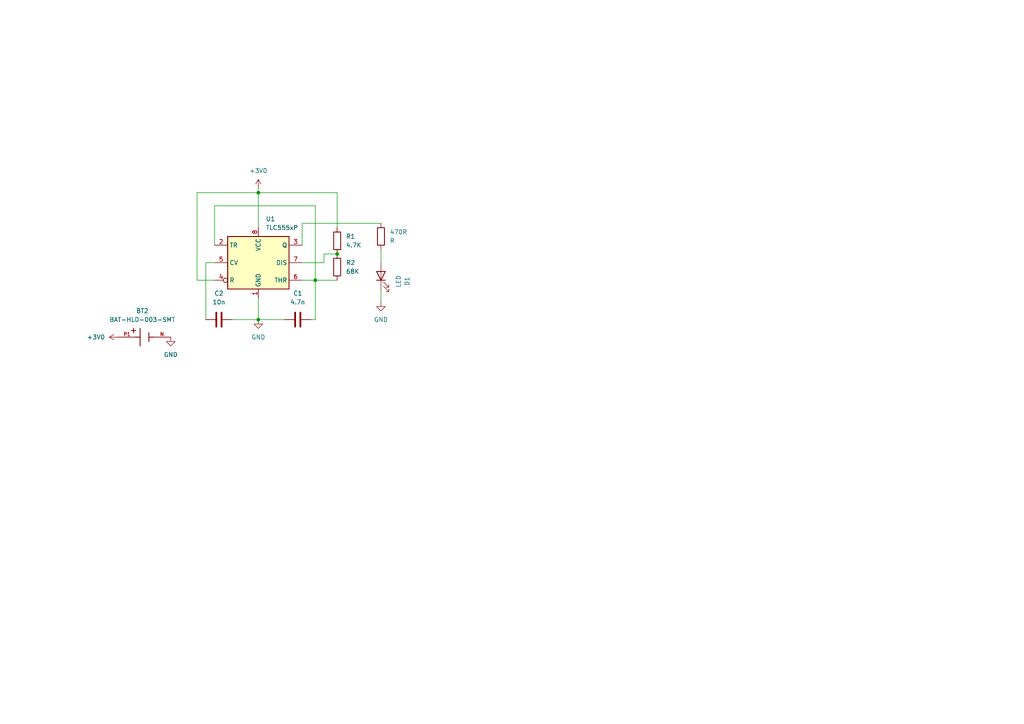
<source format=kicad_sch>
(kicad_sch
	(version 20250114)
	(generator "eeschema")
	(generator_version "9.0")
	(uuid "51c03598-726e-4687-8a1d-fe4f408eb094")
	(paper "A4")
	(lib_symbols
		(symbol "BAT-HLD-003-SMT:BAT-HLD-003-SMT"
			(pin_names
				(offset 1.016)
			)
			(exclude_from_sim no)
			(in_bom yes)
			(on_board yes)
			(property "Reference" "BT"
				(at -3.81 3.81 0)
				(effects
					(font
						(size 1.27 1.27)
					)
					(justify left bottom)
				)
			)
			(property "Value" "BAT-HLD-003-SMT"
				(at -3.81 -5.08 0)
				(effects
					(font
						(size 1.27 1.27)
					)
					(justify left bottom)
				)
			)
			(property "Footprint" "BAT-HLD-003-SMT:BAT_BAT-HLD-003-SMT"
				(at 0 0 0)
				(effects
					(font
						(size 1.27 1.27)
					)
					(justify bottom)
					(hide yes)
				)
			)
			(property "Datasheet" ""
				(at 0 0 0)
				(effects
					(font
						(size 1.27 1.27)
					)
					(hide yes)
				)
			)
			(property "Description" ""
				(at 0 0 0)
				(effects
					(font
						(size 1.27 1.27)
					)
					(hide yes)
				)
			)
			(property "DigiKey_Part_Number" "343-BAT-HLD-003-SMT-ND"
				(at 0 0 0)
				(effects
					(font
						(size 1.27 1.27)
					)
					(justify bottom)
					(hide yes)
				)
			)
			(property "SnapEDA_Link" "https://www.snapeda.com/parts/BAT-HLD-003-SMT/TE+Connectivity/view-part/?ref=snap"
				(at 0 0 0)
				(effects
					(font
						(size 1.27 1.27)
					)
					(justify bottom)
					(hide yes)
				)
			)
			(property "Check_prices" "https://www.snapeda.com/parts/BAT-HLD-003-SMT/TE+Connectivity/view-part/?ref=eda"
				(at 0 0 0)
				(effects
					(font
						(size 1.27 1.27)
					)
					(justify bottom)
					(hide yes)
				)
			)
			(property "Package" "None"
				(at 0 0 0)
				(effects
					(font
						(size 1.27 1.27)
					)
					(justify bottom)
					(hide yes)
				)
			)
			(property "Price" "None"
				(at 0 0 0)
				(effects
					(font
						(size 1.27 1.27)
					)
					(justify bottom)
					(hide yes)
				)
			)
			(property "MF" "TE Connectivity"
				(at 0 0 0)
				(effects
					(font
						(size 1.27 1.27)
					)
					(justify bottom)
					(hide yes)
				)
			)
			(property "MP" "BAT-HLD-003-SMT"
				(at 0 0 0)
				(effects
					(font
						(size 1.27 1.27)
					)
					(justify bottom)
					(hide yes)
				)
			)
			(property "Purchase-URL" "https://www.snapeda.com/api/url_track_click_mouser/?unipart_id=6393643&manufacturer=Linx Technologies Inc.&part_name=BAT-HLD-003-SMT&search_term=None"
				(at 0 0 0)
				(effects
					(font
						(size 1.27 1.27)
					)
					(justify bottom)
					(hide yes)
				)
			)
			(property "Availability" "In Stock"
				(at 0 0 0)
				(effects
					(font
						(size 1.27 1.27)
					)
					(justify bottom)
					(hide yes)
				)
			)
			(property "Description_1" "Battery Holder Coin 20 SMT Nickel"
				(at 0 0 0)
				(effects
					(font
						(size 1.27 1.27)
					)
					(justify bottom)
					(hide yes)
				)
			)
			(symbol "BAT-HLD-003-SMT_0_0"
				(polyline
					(pts
						(xy -3.81 1.905) (xy -2.54 1.905)
					)
					(stroke
						(width 0.254)
						(type default)
					)
					(fill
						(type none)
					)
				)
				(polyline
					(pts
						(xy -3.175 2.54) (xy -3.175 1.27)
					)
					(stroke
						(width 0.254)
						(type default)
					)
					(fill
						(type none)
					)
				)
				(polyline
					(pts
						(xy -1.27 2.54) (xy -1.27 0)
					)
					(stroke
						(width 0.254)
						(type default)
					)
					(fill
						(type none)
					)
				)
				(polyline
					(pts
						(xy -1.27 0) (xy -2.54 0)
					)
					(stroke
						(width 0.254)
						(type default)
					)
					(fill
						(type none)
					)
				)
				(polyline
					(pts
						(xy -1.27 0) (xy -1.27 -2.54)
					)
					(stroke
						(width 0.254)
						(type default)
					)
					(fill
						(type none)
					)
				)
				(polyline
					(pts
						(xy 1.27 1.27) (xy 1.27 0)
					)
					(stroke
						(width 0.254)
						(type default)
					)
					(fill
						(type none)
					)
				)
				(polyline
					(pts
						(xy 1.27 0) (xy 1.27 -1.27)
					)
					(stroke
						(width 0.254)
						(type default)
					)
					(fill
						(type none)
					)
				)
				(polyline
					(pts
						(xy 1.27 0) (xy 2.54 0)
					)
					(stroke
						(width 0.254)
						(type default)
					)
					(fill
						(type none)
					)
				)
				(pin passive line
					(at -7.62 0 0)
					(length 5.08)
					(name "~"
						(effects
							(font
								(size 1.016 1.016)
							)
						)
					)
					(number "P1"
						(effects
							(font
								(size 1.016 1.016)
							)
						)
					)
				)
				(pin passive line
					(at -7.62 0 0)
					(length 5.08)
					(hide yes)
					(name "~"
						(effects
							(font
								(size 1.016 1.016)
							)
						)
					)
					(number "P2"
						(effects
							(font
								(size 1.016 1.016)
							)
						)
					)
				)
				(pin passive line
					(at 7.62 0 180)
					(length 5.08)
					(name "~"
						(effects
							(font
								(size 1.016 1.016)
							)
						)
					)
					(number "N"
						(effects
							(font
								(size 1.016 1.016)
							)
						)
					)
				)
			)
			(embedded_fonts no)
		)
		(symbol "Device:C"
			(pin_numbers
				(hide yes)
			)
			(pin_names
				(offset 0.254)
			)
			(exclude_from_sim no)
			(in_bom yes)
			(on_board yes)
			(property "Reference" "C"
				(at 0.635 2.54 0)
				(effects
					(font
						(size 1.27 1.27)
					)
					(justify left)
				)
			)
			(property "Value" "C"
				(at 0.635 -2.54 0)
				(effects
					(font
						(size 1.27 1.27)
					)
					(justify left)
				)
			)
			(property "Footprint" ""
				(at 0.9652 -3.81 0)
				(effects
					(font
						(size 1.27 1.27)
					)
					(hide yes)
				)
			)
			(property "Datasheet" "~"
				(at 0 0 0)
				(effects
					(font
						(size 1.27 1.27)
					)
					(hide yes)
				)
			)
			(property "Description" "Unpolarized capacitor"
				(at 0 0 0)
				(effects
					(font
						(size 1.27 1.27)
					)
					(hide yes)
				)
			)
			(property "ki_keywords" "cap capacitor"
				(at 0 0 0)
				(effects
					(font
						(size 1.27 1.27)
					)
					(hide yes)
				)
			)
			(property "ki_fp_filters" "C_*"
				(at 0 0 0)
				(effects
					(font
						(size 1.27 1.27)
					)
					(hide yes)
				)
			)
			(symbol "C_0_1"
				(polyline
					(pts
						(xy -2.032 0.762) (xy 2.032 0.762)
					)
					(stroke
						(width 0.508)
						(type default)
					)
					(fill
						(type none)
					)
				)
				(polyline
					(pts
						(xy -2.032 -0.762) (xy 2.032 -0.762)
					)
					(stroke
						(width 0.508)
						(type default)
					)
					(fill
						(type none)
					)
				)
			)
			(symbol "C_1_1"
				(pin passive line
					(at 0 3.81 270)
					(length 2.794)
					(name "~"
						(effects
							(font
								(size 1.27 1.27)
							)
						)
					)
					(number "1"
						(effects
							(font
								(size 1.27 1.27)
							)
						)
					)
				)
				(pin passive line
					(at 0 -3.81 90)
					(length 2.794)
					(name "~"
						(effects
							(font
								(size 1.27 1.27)
							)
						)
					)
					(number "2"
						(effects
							(font
								(size 1.27 1.27)
							)
						)
					)
				)
			)
			(embedded_fonts no)
		)
		(symbol "Device:LED"
			(pin_numbers
				(hide yes)
			)
			(pin_names
				(offset 1.016)
				(hide yes)
			)
			(exclude_from_sim no)
			(in_bom yes)
			(on_board yes)
			(property "Reference" "D"
				(at 0 2.54 0)
				(effects
					(font
						(size 1.27 1.27)
					)
				)
			)
			(property "Value" "LED"
				(at 0 -2.54 0)
				(effects
					(font
						(size 1.27 1.27)
					)
				)
			)
			(property "Footprint" ""
				(at 0 0 0)
				(effects
					(font
						(size 1.27 1.27)
					)
					(hide yes)
				)
			)
			(property "Datasheet" "~"
				(at 0 0 0)
				(effects
					(font
						(size 1.27 1.27)
					)
					(hide yes)
				)
			)
			(property "Description" "Light emitting diode"
				(at 0 0 0)
				(effects
					(font
						(size 1.27 1.27)
					)
					(hide yes)
				)
			)
			(property "Sim.Pins" "1=K 2=A"
				(at 0 0 0)
				(effects
					(font
						(size 1.27 1.27)
					)
					(hide yes)
				)
			)
			(property "ki_keywords" "LED diode"
				(at 0 0 0)
				(effects
					(font
						(size 1.27 1.27)
					)
					(hide yes)
				)
			)
			(property "ki_fp_filters" "LED* LED_SMD:* LED_THT:*"
				(at 0 0 0)
				(effects
					(font
						(size 1.27 1.27)
					)
					(hide yes)
				)
			)
			(symbol "LED_0_1"
				(polyline
					(pts
						(xy -3.048 -0.762) (xy -4.572 -2.286) (xy -3.81 -2.286) (xy -4.572 -2.286) (xy -4.572 -1.524)
					)
					(stroke
						(width 0)
						(type default)
					)
					(fill
						(type none)
					)
				)
				(polyline
					(pts
						(xy -1.778 -0.762) (xy -3.302 -2.286) (xy -2.54 -2.286) (xy -3.302 -2.286) (xy -3.302 -1.524)
					)
					(stroke
						(width 0)
						(type default)
					)
					(fill
						(type none)
					)
				)
				(polyline
					(pts
						(xy -1.27 0) (xy 1.27 0)
					)
					(stroke
						(width 0)
						(type default)
					)
					(fill
						(type none)
					)
				)
				(polyline
					(pts
						(xy -1.27 -1.27) (xy -1.27 1.27)
					)
					(stroke
						(width 0.254)
						(type default)
					)
					(fill
						(type none)
					)
				)
				(polyline
					(pts
						(xy 1.27 -1.27) (xy 1.27 1.27) (xy -1.27 0) (xy 1.27 -1.27)
					)
					(stroke
						(width 0.254)
						(type default)
					)
					(fill
						(type none)
					)
				)
			)
			(symbol "LED_1_1"
				(pin passive line
					(at -3.81 0 0)
					(length 2.54)
					(name "K"
						(effects
							(font
								(size 1.27 1.27)
							)
						)
					)
					(number "1"
						(effects
							(font
								(size 1.27 1.27)
							)
						)
					)
				)
				(pin passive line
					(at 3.81 0 180)
					(length 2.54)
					(name "A"
						(effects
							(font
								(size 1.27 1.27)
							)
						)
					)
					(number "2"
						(effects
							(font
								(size 1.27 1.27)
							)
						)
					)
				)
			)
			(embedded_fonts no)
		)
		(symbol "Device:R"
			(pin_numbers
				(hide yes)
			)
			(pin_names
				(offset 0)
			)
			(exclude_from_sim no)
			(in_bom yes)
			(on_board yes)
			(property "Reference" "R"
				(at 2.032 0 90)
				(effects
					(font
						(size 1.27 1.27)
					)
				)
			)
			(property "Value" "R"
				(at 0 0 90)
				(effects
					(font
						(size 1.27 1.27)
					)
				)
			)
			(property "Footprint" ""
				(at -1.778 0 90)
				(effects
					(font
						(size 1.27 1.27)
					)
					(hide yes)
				)
			)
			(property "Datasheet" "~"
				(at 0 0 0)
				(effects
					(font
						(size 1.27 1.27)
					)
					(hide yes)
				)
			)
			(property "Description" "Resistor"
				(at 0 0 0)
				(effects
					(font
						(size 1.27 1.27)
					)
					(hide yes)
				)
			)
			(property "ki_keywords" "R res resistor"
				(at 0 0 0)
				(effects
					(font
						(size 1.27 1.27)
					)
					(hide yes)
				)
			)
			(property "ki_fp_filters" "R_*"
				(at 0 0 0)
				(effects
					(font
						(size 1.27 1.27)
					)
					(hide yes)
				)
			)
			(symbol "R_0_1"
				(rectangle
					(start -1.016 -2.54)
					(end 1.016 2.54)
					(stroke
						(width 0.254)
						(type default)
					)
					(fill
						(type none)
					)
				)
			)
			(symbol "R_1_1"
				(pin passive line
					(at 0 3.81 270)
					(length 1.27)
					(name "~"
						(effects
							(font
								(size 1.27 1.27)
							)
						)
					)
					(number "1"
						(effects
							(font
								(size 1.27 1.27)
							)
						)
					)
				)
				(pin passive line
					(at 0 -3.81 90)
					(length 1.27)
					(name "~"
						(effects
							(font
								(size 1.27 1.27)
							)
						)
					)
					(number "2"
						(effects
							(font
								(size 1.27 1.27)
							)
						)
					)
				)
			)
			(embedded_fonts no)
		)
		(symbol "Timer:TLC555xP"
			(exclude_from_sim no)
			(in_bom yes)
			(on_board yes)
			(property "Reference" "U"
				(at -10.16 8.89 0)
				(effects
					(font
						(size 1.27 1.27)
					)
					(justify left)
				)
			)
			(property "Value" "TLC555xP"
				(at 2.54 8.89 0)
				(effects
					(font
						(size 1.27 1.27)
					)
					(justify left)
				)
			)
			(property "Footprint" "Package_DIP:DIP-8_W7.62mm"
				(at 16.51 -10.16 0)
				(effects
					(font
						(size 1.27 1.27)
					)
					(hide yes)
				)
			)
			(property "Datasheet" "http://www.ti.com/lit/ds/symlink/tlc555.pdf"
				(at 21.59 -10.16 0)
				(effects
					(font
						(size 1.27 1.27)
					)
					(hide yes)
				)
			)
			(property "Description" "Single LinCMOS Timer, 555 compatible, PDIP-8"
				(at 0 0 0)
				(effects
					(font
						(size 1.27 1.27)
					)
					(hide yes)
				)
			)
			(property "ki_keywords" "single timer 555"
				(at 0 0 0)
				(effects
					(font
						(size 1.27 1.27)
					)
					(hide yes)
				)
			)
			(property "ki_fp_filters" "DIP*W7.62mm*"
				(at 0 0 0)
				(effects
					(font
						(size 1.27 1.27)
					)
					(hide yes)
				)
			)
			(symbol "TLC555xP_0_0"
				(pin power_in line
					(at 0 10.16 270)
					(length 2.54)
					(name "VCC"
						(effects
							(font
								(size 1.27 1.27)
							)
						)
					)
					(number "8"
						(effects
							(font
								(size 1.27 1.27)
							)
						)
					)
				)
				(pin power_in line
					(at 0 -10.16 90)
					(length 2.54)
					(name "GND"
						(effects
							(font
								(size 1.27 1.27)
							)
						)
					)
					(number "1"
						(effects
							(font
								(size 1.27 1.27)
							)
						)
					)
				)
			)
			(symbol "TLC555xP_0_1"
				(rectangle
					(start -8.89 -7.62)
					(end 8.89 7.62)
					(stroke
						(width 0.254)
						(type default)
					)
					(fill
						(type background)
					)
				)
				(rectangle
					(start -8.89 -7.62)
					(end 8.89 7.62)
					(stroke
						(width 0.254)
						(type default)
					)
					(fill
						(type background)
					)
				)
			)
			(symbol "TLC555xP_1_1"
				(pin input line
					(at -12.7 5.08 0)
					(length 3.81)
					(name "TR"
						(effects
							(font
								(size 1.27 1.27)
							)
						)
					)
					(number "2"
						(effects
							(font
								(size 1.27 1.27)
							)
						)
					)
				)
				(pin input line
					(at -12.7 0 0)
					(length 3.81)
					(name "CV"
						(effects
							(font
								(size 1.27 1.27)
							)
						)
					)
					(number "5"
						(effects
							(font
								(size 1.27 1.27)
							)
						)
					)
				)
				(pin input inverted
					(at -12.7 -5.08 0)
					(length 3.81)
					(name "R"
						(effects
							(font
								(size 1.27 1.27)
							)
						)
					)
					(number "4"
						(effects
							(font
								(size 1.27 1.27)
							)
						)
					)
				)
				(pin output line
					(at 12.7 5.08 180)
					(length 3.81)
					(name "Q"
						(effects
							(font
								(size 1.27 1.27)
							)
						)
					)
					(number "3"
						(effects
							(font
								(size 1.27 1.27)
							)
						)
					)
				)
				(pin input line
					(at 12.7 0 180)
					(length 3.81)
					(name "DIS"
						(effects
							(font
								(size 1.27 1.27)
							)
						)
					)
					(number "7"
						(effects
							(font
								(size 1.27 1.27)
							)
						)
					)
				)
				(pin input line
					(at 12.7 -5.08 180)
					(length 3.81)
					(name "THR"
						(effects
							(font
								(size 1.27 1.27)
							)
						)
					)
					(number "6"
						(effects
							(font
								(size 1.27 1.27)
							)
						)
					)
				)
			)
			(embedded_fonts no)
		)
		(symbol "power:+3V0"
			(power)
			(pin_numbers
				(hide yes)
			)
			(pin_names
				(offset 0)
				(hide yes)
			)
			(exclude_from_sim no)
			(in_bom yes)
			(on_board yes)
			(property "Reference" "#PWR"
				(at 0 -3.81 0)
				(effects
					(font
						(size 1.27 1.27)
					)
					(hide yes)
				)
			)
			(property "Value" "+3V0"
				(at 0 3.556 0)
				(effects
					(font
						(size 1.27 1.27)
					)
				)
			)
			(property "Footprint" ""
				(at 0 0 0)
				(effects
					(font
						(size 1.27 1.27)
					)
					(hide yes)
				)
			)
			(property "Datasheet" ""
				(at 0 0 0)
				(effects
					(font
						(size 1.27 1.27)
					)
					(hide yes)
				)
			)
			(property "Description" "Power symbol creates a global label with name \"+3V0\""
				(at 0 0 0)
				(effects
					(font
						(size 1.27 1.27)
					)
					(hide yes)
				)
			)
			(property "ki_keywords" "global power"
				(at 0 0 0)
				(effects
					(font
						(size 1.27 1.27)
					)
					(hide yes)
				)
			)
			(symbol "+3V0_0_1"
				(polyline
					(pts
						(xy -0.762 1.27) (xy 0 2.54)
					)
					(stroke
						(width 0)
						(type default)
					)
					(fill
						(type none)
					)
				)
				(polyline
					(pts
						(xy 0 2.54) (xy 0.762 1.27)
					)
					(stroke
						(width 0)
						(type default)
					)
					(fill
						(type none)
					)
				)
				(polyline
					(pts
						(xy 0 0) (xy 0 2.54)
					)
					(stroke
						(width 0)
						(type default)
					)
					(fill
						(type none)
					)
				)
			)
			(symbol "+3V0_1_1"
				(pin power_in line
					(at 0 0 90)
					(length 0)
					(name "~"
						(effects
							(font
								(size 1.27 1.27)
							)
						)
					)
					(number "1"
						(effects
							(font
								(size 1.27 1.27)
							)
						)
					)
				)
			)
			(embedded_fonts no)
		)
		(symbol "power:GND"
			(power)
			(pin_numbers
				(hide yes)
			)
			(pin_names
				(offset 0)
				(hide yes)
			)
			(exclude_from_sim no)
			(in_bom yes)
			(on_board yes)
			(property "Reference" "#PWR"
				(at 0 -6.35 0)
				(effects
					(font
						(size 1.27 1.27)
					)
					(hide yes)
				)
			)
			(property "Value" "GND"
				(at 0 -3.81 0)
				(effects
					(font
						(size 1.27 1.27)
					)
				)
			)
			(property "Footprint" ""
				(at 0 0 0)
				(effects
					(font
						(size 1.27 1.27)
					)
					(hide yes)
				)
			)
			(property "Datasheet" ""
				(at 0 0 0)
				(effects
					(font
						(size 1.27 1.27)
					)
					(hide yes)
				)
			)
			(property "Description" "Power symbol creates a global label with name \"GND\" , ground"
				(at 0 0 0)
				(effects
					(font
						(size 1.27 1.27)
					)
					(hide yes)
				)
			)
			(property "ki_keywords" "global power"
				(at 0 0 0)
				(effects
					(font
						(size 1.27 1.27)
					)
					(hide yes)
				)
			)
			(symbol "GND_0_1"
				(polyline
					(pts
						(xy 0 0) (xy 0 -1.27) (xy 1.27 -1.27) (xy 0 -2.54) (xy -1.27 -1.27) (xy 0 -1.27)
					)
					(stroke
						(width 0)
						(type default)
					)
					(fill
						(type none)
					)
				)
			)
			(symbol "GND_1_1"
				(pin power_in line
					(at 0 0 270)
					(length 0)
					(name "~"
						(effects
							(font
								(size 1.27 1.27)
							)
						)
					)
					(number "1"
						(effects
							(font
								(size 1.27 1.27)
							)
						)
					)
				)
			)
			(embedded_fonts no)
		)
	)
	(junction
		(at 91.44 81.28)
		(diameter 0)
		(color 0 0 0 0)
		(uuid "5363a201-e6f1-4326-b3c3-517da08216b0")
	)
	(junction
		(at 74.93 55.88)
		(diameter 0)
		(color 0 0 0 0)
		(uuid "7555c26f-af0a-4536-8dfb-e790c2e8a522")
	)
	(junction
		(at 97.79 73.66)
		(diameter 0)
		(color 0 0 0 0)
		(uuid "a07aebfe-b6cd-46a5-8d2c-9b24231dcf48")
	)
	(junction
		(at 74.93 92.71)
		(diameter 0)
		(color 0 0 0 0)
		(uuid "f0964be1-55d0-4e8b-9195-eabec8754690")
	)
	(wire
		(pts
			(xy 91.44 59.69) (xy 91.44 81.28)
		)
		(stroke
			(width 0)
			(type default)
		)
		(uuid "1eb658be-a73f-47ee-8a90-a95af3170ec7")
	)
	(wire
		(pts
			(xy 62.23 59.69) (xy 91.44 59.69)
		)
		(stroke
			(width 0)
			(type default)
		)
		(uuid "231b0c15-4bcd-4675-8267-1a89feb6006d")
	)
	(wire
		(pts
			(xy 90.17 92.71) (xy 91.44 92.71)
		)
		(stroke
			(width 0)
			(type default)
		)
		(uuid "279b0051-c925-4b70-8091-0def5aa33447")
	)
	(wire
		(pts
			(xy 57.15 55.88) (xy 57.15 81.28)
		)
		(stroke
			(width 0)
			(type default)
		)
		(uuid "283973e1-ace8-4c11-b294-667d83f70b5d")
	)
	(wire
		(pts
			(xy 74.93 55.88) (xy 57.15 55.88)
		)
		(stroke
			(width 0)
			(type default)
		)
		(uuid "29ed8da5-92c5-4a54-ae48-a1b1ae2d54e4")
	)
	(wire
		(pts
			(xy 87.63 76.2) (xy 93.98 76.2)
		)
		(stroke
			(width 0)
			(type default)
		)
		(uuid "35cdaf79-2411-46bb-918c-cac2a39e4d39")
	)
	(wire
		(pts
			(xy 97.79 66.04) (xy 97.79 55.88)
		)
		(stroke
			(width 0)
			(type default)
		)
		(uuid "3ab09c7a-29cb-4ac4-a00b-5065e93427f4")
	)
	(wire
		(pts
			(xy 59.69 76.2) (xy 62.23 76.2)
		)
		(stroke
			(width 0)
			(type default)
		)
		(uuid "3e22a360-17c1-4721-929f-65f662cc784d")
	)
	(wire
		(pts
			(xy 91.44 81.28) (xy 87.63 81.28)
		)
		(stroke
			(width 0)
			(type default)
		)
		(uuid "4476feee-34e9-4f7d-8856-7c4b0eb7ef2d")
	)
	(wire
		(pts
			(xy 59.69 92.71) (xy 59.69 76.2)
		)
		(stroke
			(width 0)
			(type default)
		)
		(uuid "469ca2b7-1cb4-4197-b0e0-3455adbb75a7")
	)
	(wire
		(pts
			(xy 74.93 54.61) (xy 74.93 55.88)
		)
		(stroke
			(width 0)
			(type default)
		)
		(uuid "4df3175e-476f-4d89-9132-6811e1f6a1cd")
	)
	(wire
		(pts
			(xy 91.44 81.28) (xy 97.79 81.28)
		)
		(stroke
			(width 0)
			(type default)
		)
		(uuid "90ac5638-4cf5-4342-a2d9-88dec1ab98ac")
	)
	(wire
		(pts
			(xy 87.63 64.77) (xy 110.49 64.77)
		)
		(stroke
			(width 0)
			(type default)
		)
		(uuid "9f6596ac-cf7f-4922-93e8-f47a9e1f322c")
	)
	(wire
		(pts
			(xy 74.93 55.88) (xy 74.93 66.04)
		)
		(stroke
			(width 0)
			(type default)
		)
		(uuid "a4cf9b6d-d184-4861-8ae4-85ac65bf240f")
	)
	(wire
		(pts
			(xy 57.15 81.28) (xy 62.23 81.28)
		)
		(stroke
			(width 0)
			(type default)
		)
		(uuid "a73e9c66-853e-4416-86b2-8c8d03b7d76a")
	)
	(wire
		(pts
			(xy 110.49 83.82) (xy 110.49 87.63)
		)
		(stroke
			(width 0)
			(type default)
		)
		(uuid "aa2b29e4-3ef6-4e8d-aa1a-d96310602567")
	)
	(wire
		(pts
			(xy 87.63 71.12) (xy 87.63 64.77)
		)
		(stroke
			(width 0)
			(type default)
		)
		(uuid "ba2a39f3-bfdc-43bb-9c71-c1eed4524dba")
	)
	(wire
		(pts
			(xy 74.93 92.71) (xy 82.55 92.71)
		)
		(stroke
			(width 0)
			(type default)
		)
		(uuid "c0e84013-4b98-4560-b5e8-5b17fb45d3cf")
	)
	(wire
		(pts
			(xy 93.98 73.66) (xy 97.79 73.66)
		)
		(stroke
			(width 0)
			(type default)
		)
		(uuid "ca02acf5-b243-49de-a38d-1a38279b4ce9")
	)
	(wire
		(pts
			(xy 74.93 86.36) (xy 74.93 92.71)
		)
		(stroke
			(width 0)
			(type default)
		)
		(uuid "d206c7a1-d75a-4b6b-90fa-d8859b4c2c79")
	)
	(wire
		(pts
			(xy 91.44 81.28) (xy 91.44 92.71)
		)
		(stroke
			(width 0)
			(type default)
		)
		(uuid "d4b6b379-826d-4d40-b07d-bc8705a56d63")
	)
	(wire
		(pts
			(xy 110.49 72.39) (xy 110.49 76.2)
		)
		(stroke
			(width 0)
			(type default)
		)
		(uuid "d99df6b4-4da6-42c6-8e76-4f04205a6778")
	)
	(wire
		(pts
			(xy 93.98 76.2) (xy 93.98 73.66)
		)
		(stroke
			(width 0)
			(type default)
		)
		(uuid "e2b1f124-30f2-461c-96f7-b1cfe8c24ff7")
	)
	(wire
		(pts
			(xy 97.79 55.88) (xy 74.93 55.88)
		)
		(stroke
			(width 0)
			(type default)
		)
		(uuid "e8273642-c2e3-4f9c-a2e1-7f9b8bb4c4e7")
	)
	(wire
		(pts
			(xy 62.23 71.12) (xy 62.23 59.69)
		)
		(stroke
			(width 0)
			(type default)
		)
		(uuid "ed20b466-0f39-45ce-babc-4dd94410bbcf")
	)
	(wire
		(pts
			(xy 67.31 92.71) (xy 74.93 92.71)
		)
		(stroke
			(width 0)
			(type default)
		)
		(uuid "f815e807-9712-429b-9eaa-10acb56d3b50")
	)
	(symbol
		(lib_id "power:GND")
		(at 74.93 92.71 0)
		(unit 1)
		(exclude_from_sim no)
		(in_bom yes)
		(on_board yes)
		(dnp no)
		(fields_autoplaced yes)
		(uuid "284c3fc6-e3f0-4401-9a67-5630910f1e1a")
		(property "Reference" "#PWR02"
			(at 74.93 99.06 0)
			(effects
				(font
					(size 1.27 1.27)
				)
				(hide yes)
			)
		)
		(property "Value" "GND"
			(at 74.93 97.79 0)
			(effects
				(font
					(size 1.27 1.27)
				)
			)
		)
		(property "Footprint" ""
			(at 74.93 92.71 0)
			(effects
				(font
					(size 1.27 1.27)
				)
				(hide yes)
			)
		)
		(property "Datasheet" ""
			(at 74.93 92.71 0)
			(effects
				(font
					(size 1.27 1.27)
				)
				(hide yes)
			)
		)
		(property "Description" "Power symbol creates a global label with name \"GND\" , ground"
			(at 74.93 92.71 0)
			(effects
				(font
					(size 1.27 1.27)
				)
				(hide yes)
			)
		)
		(pin "1"
			(uuid "9fcacb7e-6857-452f-b9ec-8cbf33b434bd")
		)
		(instances
			(project "555timerCES"
				(path "/51c03598-726e-4687-8a1d-fe4f408eb094"
					(reference "#PWR02")
					(unit 1)
				)
			)
		)
	)
	(symbol
		(lib_id "power:+3V0")
		(at 74.93 54.61 0)
		(unit 1)
		(exclude_from_sim no)
		(in_bom yes)
		(on_board yes)
		(dnp no)
		(fields_autoplaced yes)
		(uuid "2d2cb83c-3c17-46eb-aae6-ea9864bb67a4")
		(property "Reference" "#PWR01"
			(at 74.93 58.42 0)
			(effects
				(font
					(size 1.27 1.27)
				)
				(hide yes)
			)
		)
		(property "Value" "+3V0"
			(at 74.93 49.53 0)
			(effects
				(font
					(size 1.27 1.27)
				)
			)
		)
		(property "Footprint" ""
			(at 74.93 54.61 0)
			(effects
				(font
					(size 1.27 1.27)
				)
				(hide yes)
			)
		)
		(property "Datasheet" ""
			(at 74.93 54.61 0)
			(effects
				(font
					(size 1.27 1.27)
				)
				(hide yes)
			)
		)
		(property "Description" "Power symbol creates a global label with name \"+3V0\""
			(at 74.93 54.61 0)
			(effects
				(font
					(size 1.27 1.27)
				)
				(hide yes)
			)
		)
		(pin "1"
			(uuid "29ad260f-bd4c-4d04-a8bd-fd268e8eb7fe")
		)
		(instances
			(project "555timerCES"
				(path "/51c03598-726e-4687-8a1d-fe4f408eb094"
					(reference "#PWR01")
					(unit 1)
				)
			)
		)
	)
	(symbol
		(lib_id "power:GND")
		(at 110.49 87.63 0)
		(unit 1)
		(exclude_from_sim no)
		(in_bom yes)
		(on_board yes)
		(dnp no)
		(fields_autoplaced yes)
		(uuid "2dc9e8fb-0091-489a-8d68-536d7804668b")
		(property "Reference" "#PWR03"
			(at 110.49 93.98 0)
			(effects
				(font
					(size 1.27 1.27)
				)
				(hide yes)
			)
		)
		(property "Value" "GND"
			(at 110.49 92.71 0)
			(effects
				(font
					(size 1.27 1.27)
				)
			)
		)
		(property "Footprint" ""
			(at 110.49 87.63 0)
			(effects
				(font
					(size 1.27 1.27)
				)
				(hide yes)
			)
		)
		(property "Datasheet" ""
			(at 110.49 87.63 0)
			(effects
				(font
					(size 1.27 1.27)
				)
				(hide yes)
			)
		)
		(property "Description" "Power symbol creates a global label with name \"GND\" , ground"
			(at 110.49 87.63 0)
			(effects
				(font
					(size 1.27 1.27)
				)
				(hide yes)
			)
		)
		(pin "1"
			(uuid "e5f75920-0e1f-425f-b1f1-9745c8e329fd")
		)
		(instances
			(project "555timerCES"
				(path "/51c03598-726e-4687-8a1d-fe4f408eb094"
					(reference "#PWR03")
					(unit 1)
				)
			)
		)
	)
	(symbol
		(lib_id "Timer:TLC555xP")
		(at 74.93 76.2 0)
		(unit 1)
		(exclude_from_sim no)
		(in_bom yes)
		(on_board yes)
		(dnp no)
		(fields_autoplaced yes)
		(uuid "3755d9af-157e-4675-a6e8-680c385b5764")
		(property "Reference" "U1"
			(at 77.0733 63.5 0)
			(effects
				(font
					(size 1.27 1.27)
				)
				(justify left)
			)
		)
		(property "Value" "TLC555xP"
			(at 77.0733 66.04 0)
			(effects
				(font
					(size 1.27 1.27)
				)
				(justify left)
			)
		)
		(property "Footprint" "Package_DIP:DIP-8_W7.62mm"
			(at 91.44 86.36 0)
			(effects
				(font
					(size 1.27 1.27)
				)
				(hide yes)
			)
		)
		(property "Datasheet" "http://www.ti.com/lit/ds/symlink/tlc555.pdf"
			(at 96.52 86.36 0)
			(effects
				(font
					(size 1.27 1.27)
				)
				(hide yes)
			)
		)
		(property "Description" "Single LinCMOS Timer, 555 compatible, PDIP-8"
			(at 74.93 76.2 0)
			(effects
				(font
					(size 1.27 1.27)
				)
				(hide yes)
			)
		)
		(pin "1"
			(uuid "28defdba-bd8f-4a99-ba57-e74cc55cac84")
		)
		(pin "2"
			(uuid "c86d9e35-2739-4bab-bcf6-8a412b276fc3")
		)
		(pin "3"
			(uuid "e9c9f08a-176c-45d8-a3f5-264b1adf5d66")
		)
		(pin "4"
			(uuid "28e72d39-5d85-4e5e-924e-c5cc0ccff4bf")
		)
		(pin "5"
			(uuid "ff746ec5-cfce-491f-92e8-00c1bac1764a")
		)
		(pin "6"
			(uuid "78731afc-7e5d-4ba6-ae23-7e03c0ee5782")
		)
		(pin "8"
			(uuid "08272a96-bc04-4833-a595-d671293dc461")
		)
		(pin "7"
			(uuid "cf934b6e-4313-49fb-8f9d-b9341dee4407")
		)
		(instances
			(project "555timerCES"
				(path "/51c03598-726e-4687-8a1d-fe4f408eb094"
					(reference "U1")
					(unit 1)
				)
			)
		)
	)
	(symbol
		(lib_id "Device:C")
		(at 86.36 92.71 90)
		(unit 1)
		(exclude_from_sim no)
		(in_bom yes)
		(on_board yes)
		(dnp no)
		(fields_autoplaced yes)
		(uuid "5224b97e-771f-4fee-8c99-0e6b8b1b41ef")
		(property "Reference" "C1"
			(at 86.36 85.09 90)
			(effects
				(font
					(size 1.27 1.27)
				)
			)
		)
		(property "Value" "4.7n"
			(at 86.36 87.63 90)
			(effects
				(font
					(size 1.27 1.27)
				)
			)
		)
		(property "Footprint" "Capacitor_THT:C_Disc_D6.0mm_W4.4mm_P5.00mm"
			(at 90.17 91.7448 0)
			(effects
				(font
					(size 1.27 1.27)
				)
				(hide yes)
			)
		)
		(property "Datasheet" "~"
			(at 86.36 92.71 0)
			(effects
				(font
					(size 1.27 1.27)
				)
				(hide yes)
			)
		)
		(property "Description" "Unpolarized capacitor"
			(at 86.36 92.71 0)
			(effects
				(font
					(size 1.27 1.27)
				)
				(hide yes)
			)
		)
		(pin "2"
			(uuid "afa81dd7-a6f3-411e-850d-120d0b18fce6")
		)
		(pin "1"
			(uuid "917d40ff-0c6e-421c-9258-b7985d97c8e3")
		)
		(instances
			(project "555timerCES"
				(path "/51c03598-726e-4687-8a1d-fe4f408eb094"
					(reference "C1")
					(unit 1)
				)
			)
		)
	)
	(symbol
		(lib_id "power:+3V0")
		(at 34.29 97.79 90)
		(unit 1)
		(exclude_from_sim no)
		(in_bom yes)
		(on_board yes)
		(dnp no)
		(fields_autoplaced yes)
		(uuid "56c913ca-9c07-4b12-952a-76f6eb937e90")
		(property "Reference" "#PWR05"
			(at 38.1 97.79 0)
			(effects
				(font
					(size 1.27 1.27)
				)
				(hide yes)
			)
		)
		(property "Value" "+3V0"
			(at 30.48 97.7899 90)
			(effects
				(font
					(size 1.27 1.27)
				)
				(justify left)
			)
		)
		(property "Footprint" ""
			(at 34.29 97.79 0)
			(effects
				(font
					(size 1.27 1.27)
				)
				(hide yes)
			)
		)
		(property "Datasheet" ""
			(at 34.29 97.79 0)
			(effects
				(font
					(size 1.27 1.27)
				)
				(hide yes)
			)
		)
		(property "Description" "Power symbol creates a global label with name \"+3V0\""
			(at 34.29 97.79 0)
			(effects
				(font
					(size 1.27 1.27)
				)
				(hide yes)
			)
		)
		(pin "1"
			(uuid "fa7ef705-7d74-4c36-a0cc-498d8beb0719")
		)
		(instances
			(project "555timerCES"
				(path "/51c03598-726e-4687-8a1d-fe4f408eb094"
					(reference "#PWR05")
					(unit 1)
				)
			)
		)
	)
	(symbol
		(lib_id "Device:C")
		(at 63.5 92.71 90)
		(unit 1)
		(exclude_from_sim no)
		(in_bom yes)
		(on_board yes)
		(dnp no)
		(fields_autoplaced yes)
		(uuid "6c48a87c-f13f-46dc-878a-1c81435bf6b4")
		(property "Reference" "C2"
			(at 63.5 85.09 90)
			(effects
				(font
					(size 1.27 1.27)
				)
			)
		)
		(property "Value" "10n"
			(at 63.5 87.63 90)
			(effects
				(font
					(size 1.27 1.27)
				)
			)
		)
		(property "Footprint" "Capacitor_THT:C_Disc_D6.0mm_W4.4mm_P5.00mm"
			(at 67.31 91.7448 0)
			(effects
				(font
					(size 1.27 1.27)
				)
				(hide yes)
			)
		)
		(property "Datasheet" "~"
			(at 63.5 92.71 0)
			(effects
				(font
					(size 1.27 1.27)
				)
				(hide yes)
			)
		)
		(property "Description" "Unpolarized capacitor"
			(at 63.5 92.71 0)
			(effects
				(font
					(size 1.27 1.27)
				)
				(hide yes)
			)
		)
		(pin "2"
			(uuid "244e8ff1-b0bf-428b-941a-b1f1f252e399")
		)
		(pin "1"
			(uuid "39aad1e4-c647-4de5-a502-16f4b151eaa8")
		)
		(instances
			(project "555timerCES"
				(path "/51c03598-726e-4687-8a1d-fe4f408eb094"
					(reference "C2")
					(unit 1)
				)
			)
		)
	)
	(symbol
		(lib_id "Device:LED")
		(at 110.49 80.01 90)
		(unit 1)
		(exclude_from_sim no)
		(in_bom yes)
		(on_board yes)
		(dnp no)
		(fields_autoplaced yes)
		(uuid "72bfda1c-acb6-44f6-91e5-943e3dc349ae")
		(property "Reference" "D1"
			(at 118.11 81.5975 0)
			(effects
				(font
					(size 1.27 1.27)
				)
			)
		)
		(property "Value" "LED"
			(at 115.57 81.5975 0)
			(effects
				(font
					(size 1.27 1.27)
				)
			)
		)
		(property "Footprint" "LED_THT:LED_D1.8mm_W3.3mm_H2.4mm"
			(at 110.49 80.01 0)
			(effects
				(font
					(size 1.27 1.27)
				)
				(hide yes)
			)
		)
		(property "Datasheet" "~"
			(at 110.49 80.01 0)
			(effects
				(font
					(size 1.27 1.27)
				)
				(hide yes)
			)
		)
		(property "Description" "Light emitting diode"
			(at 110.49 80.01 0)
			(effects
				(font
					(size 1.27 1.27)
				)
				(hide yes)
			)
		)
		(property "Sim.Pins" "1=K 2=A"
			(at 110.49 80.01 0)
			(effects
				(font
					(size 1.27 1.27)
				)
				(hide yes)
			)
		)
		(pin "1"
			(uuid "846515b6-e2a2-42a1-84d3-e94f4332303b")
		)
		(pin "2"
			(uuid "1825a9d2-b0ec-47e9-a0cd-bdb213117bf7")
		)
		(instances
			(project "555timerCES"
				(path "/51c03598-726e-4687-8a1d-fe4f408eb094"
					(reference "D1")
					(unit 1)
				)
			)
		)
	)
	(symbol
		(lib_id "BAT-HLD-003-SMT:BAT-HLD-003-SMT")
		(at 41.91 97.79 0)
		(unit 1)
		(exclude_from_sim no)
		(in_bom yes)
		(on_board yes)
		(dnp no)
		(fields_autoplaced yes)
		(uuid "93d02325-dc3a-4c29-8e5d-9522e2438638")
		(property "Reference" "BT2"
			(at 41.275 90.17 0)
			(effects
				(font
					(size 1.27 1.27)
				)
			)
		)
		(property "Value" "BAT-HLD-003-SMT"
			(at 41.275 92.71 0)
			(effects
				(font
					(size 1.27 1.27)
				)
			)
		)
		(property "Footprint" "BAT-HLD-003-SMT:BAT_BAT-HLD-003-SMT"
			(at 41.91 97.79 0)
			(effects
				(font
					(size 1.27 1.27)
				)
				(justify bottom)
				(hide yes)
			)
		)
		(property "Datasheet" ""
			(at 41.91 97.79 0)
			(effects
				(font
					(size 1.27 1.27)
				)
				(hide yes)
			)
		)
		(property "Description" ""
			(at 41.91 97.79 0)
			(effects
				(font
					(size 1.27 1.27)
				)
				(hide yes)
			)
		)
		(property "DigiKey_Part_Number" "343-BAT-HLD-003-SMT-ND"
			(at 41.91 97.79 0)
			(effects
				(font
					(size 1.27 1.27)
				)
				(justify bottom)
				(hide yes)
			)
		)
		(property "SnapEDA_Link" "https://www.snapeda.com/parts/BAT-HLD-003-SMT/TE+Connectivity/view-part/?ref=snap"
			(at 41.91 97.79 0)
			(effects
				(font
					(size 1.27 1.27)
				)
				(justify bottom)
				(hide yes)
			)
		)
		(property "Check_prices" "https://www.snapeda.com/parts/BAT-HLD-003-SMT/TE+Connectivity/view-part/?ref=eda"
			(at 41.91 97.79 0)
			(effects
				(font
					(size 1.27 1.27)
				)
				(justify bottom)
				(hide yes)
			)
		)
		(property "Package" "None"
			(at 41.91 97.79 0)
			(effects
				(font
					(size 1.27 1.27)
				)
				(justify bottom)
				(hide yes)
			)
		)
		(property "Price" "None"
			(at 41.91 97.79 0)
			(effects
				(font
					(size 1.27 1.27)
				)
				(justify bottom)
				(hide yes)
			)
		)
		(property "MF" "TE Connectivity"
			(at 41.91 97.79 0)
			(effects
				(font
					(size 1.27 1.27)
				)
				(justify bottom)
				(hide yes)
			)
		)
		(property "MP" "BAT-HLD-003-SMT"
			(at 41.91 97.79 0)
			(effects
				(font
					(size 1.27 1.27)
				)
				(justify bottom)
				(hide yes)
			)
		)
		(property "Purchase-URL" "https://www.snapeda.com/api/url_track_click_mouser/?unipart_id=6393643&manufacturer=Linx Technologies Inc.&part_name=BAT-HLD-003-SMT&search_term=None"
			(at 41.91 97.79 0)
			(effects
				(font
					(size 1.27 1.27)
				)
				(justify bottom)
				(hide yes)
			)
		)
		(property "Availability" "In Stock"
			(at 41.91 97.79 0)
			(effects
				(font
					(size 1.27 1.27)
				)
				(justify bottom)
				(hide yes)
			)
		)
		(property "Description_1" "Battery Holder Coin 20 SMT Nickel"
			(at 41.91 97.79 0)
			(effects
				(font
					(size 1.27 1.27)
				)
				(justify bottom)
				(hide yes)
			)
		)
		(pin "P1"
			(uuid "79ff0c3c-deb8-4b7c-868f-e37ed5907b44")
		)
		(pin "P2"
			(uuid "7d9dbc15-eb97-4458-b985-b02da088cdf6")
		)
		(pin "N"
			(uuid "37cceda2-04d8-494e-a4c4-aac25ef86066")
		)
		(instances
			(project "555timerCES"
				(path "/51c03598-726e-4687-8a1d-fe4f408eb094"
					(reference "BT2")
					(unit 1)
				)
			)
		)
	)
	(symbol
		(lib_id "Device:R")
		(at 110.49 68.58 180)
		(unit 1)
		(exclude_from_sim no)
		(in_bom yes)
		(on_board yes)
		(dnp no)
		(fields_autoplaced yes)
		(uuid "9659e61c-8026-44b0-acf3-0b8ec411dc19")
		(property "Reference" "470R"
			(at 113.03 67.3099 0)
			(effects
				(font
					(size 1.27 1.27)
				)
				(justify right)
			)
		)
		(property "Value" "R"
			(at 113.03 69.8499 0)
			(effects
				(font
					(size 1.27 1.27)
				)
				(justify right)
			)
		)
		(property "Footprint" "Resistor_THT:R_Axial_DIN0207_L6.3mm_D2.5mm_P7.62mm_Horizontal"
			(at 112.268 68.58 90)
			(effects
				(font
					(size 1.27 1.27)
				)
				(hide yes)
			)
		)
		(property "Datasheet" "~"
			(at 110.49 68.58 0)
			(effects
				(font
					(size 1.27 1.27)
				)
				(hide yes)
			)
		)
		(property "Description" "Resistor"
			(at 110.49 68.58 0)
			(effects
				(font
					(size 1.27 1.27)
				)
				(hide yes)
			)
		)
		(pin "1"
			(uuid "03182bf4-429e-4b15-a67e-c2cb95529ef4")
		)
		(pin "2"
			(uuid "f4cccb85-05a3-487e-89a7-7ffbd6c437e9")
		)
		(instances
			(project "555timerCES"
				(path "/51c03598-726e-4687-8a1d-fe4f408eb094"
					(reference "470R")
					(unit 1)
				)
			)
		)
	)
	(symbol
		(lib_id "Device:R")
		(at 97.79 69.85 0)
		(unit 1)
		(exclude_from_sim no)
		(in_bom yes)
		(on_board yes)
		(dnp no)
		(fields_autoplaced yes)
		(uuid "aec68825-a105-4ade-9a23-e4bfc24d7f88")
		(property "Reference" "R1"
			(at 100.33 68.5799 0)
			(effects
				(font
					(size 1.27 1.27)
				)
				(justify left)
			)
		)
		(property "Value" "4.7K"
			(at 100.33 71.1199 0)
			(effects
				(font
					(size 1.27 1.27)
				)
				(justify left)
			)
		)
		(property "Footprint" "Resistor_THT:R_Axial_DIN0207_L6.3mm_D2.5mm_P7.62mm_Horizontal"
			(at 96.012 69.85 90)
			(effects
				(font
					(size 1.27 1.27)
				)
				(hide yes)
			)
		)
		(property "Datasheet" "~"
			(at 97.79 69.85 0)
			(effects
				(font
					(size 1.27 1.27)
				)
				(hide yes)
			)
		)
		(property "Description" "Resistor"
			(at 97.79 69.85 0)
			(effects
				(font
					(size 1.27 1.27)
				)
				(hide yes)
			)
		)
		(pin "2"
			(uuid "8a88cd2c-2520-4667-bf9c-6e744027b69f")
		)
		(pin "1"
			(uuid "fb727e4b-b73a-495b-aa4e-73293ef81784")
		)
		(instances
			(project "555timerCES"
				(path "/51c03598-726e-4687-8a1d-fe4f408eb094"
					(reference "R1")
					(unit 1)
				)
			)
		)
	)
	(symbol
		(lib_id "Device:R")
		(at 97.79 77.47 0)
		(unit 1)
		(exclude_from_sim no)
		(in_bom yes)
		(on_board yes)
		(dnp no)
		(fields_autoplaced yes)
		(uuid "dbba614a-7cf1-4191-9d1d-7457311d200c")
		(property "Reference" "R2"
			(at 100.33 76.1999 0)
			(effects
				(font
					(size 1.27 1.27)
				)
				(justify left)
			)
		)
		(property "Value" "68K"
			(at 100.33 78.7399 0)
			(effects
				(font
					(size 1.27 1.27)
				)
				(justify left)
			)
		)
		(property "Footprint" "Resistor_THT:R_Axial_DIN0207_L6.3mm_D2.5mm_P7.62mm_Horizontal"
			(at 96.012 77.47 90)
			(effects
				(font
					(size 1.27 1.27)
				)
				(hide yes)
			)
		)
		(property "Datasheet" "~"
			(at 97.79 77.47 0)
			(effects
				(font
					(size 1.27 1.27)
				)
				(hide yes)
			)
		)
		(property "Description" "Resistor"
			(at 97.79 77.47 0)
			(effects
				(font
					(size 1.27 1.27)
				)
				(hide yes)
			)
		)
		(pin "1"
			(uuid "87915c24-ca95-447b-8c42-1e51a09b281e")
		)
		(pin "2"
			(uuid "8c446065-18d8-4eb3-88fa-4306320704f5")
		)
		(instances
			(project "555timerCES"
				(path "/51c03598-726e-4687-8a1d-fe4f408eb094"
					(reference "R2")
					(unit 1)
				)
			)
		)
	)
	(symbol
		(lib_id "power:GND")
		(at 49.53 97.79 0)
		(unit 1)
		(exclude_from_sim no)
		(in_bom yes)
		(on_board yes)
		(dnp no)
		(fields_autoplaced yes)
		(uuid "e8a4b0a6-f65f-4d15-a43f-9df1d5c24b51")
		(property "Reference" "#PWR04"
			(at 49.53 104.14 0)
			(effects
				(font
					(size 1.27 1.27)
				)
				(hide yes)
			)
		)
		(property "Value" "GND"
			(at 49.53 102.87 0)
			(effects
				(font
					(size 1.27 1.27)
				)
			)
		)
		(property "Footprint" ""
			(at 49.53 97.79 0)
			(effects
				(font
					(size 1.27 1.27)
				)
				(hide yes)
			)
		)
		(property "Datasheet" ""
			(at 49.53 97.79 0)
			(effects
				(font
					(size 1.27 1.27)
				)
				(hide yes)
			)
		)
		(property "Description" "Power symbol creates a global label with name \"GND\" , ground"
			(at 49.53 97.79 0)
			(effects
				(font
					(size 1.27 1.27)
				)
				(hide yes)
			)
		)
		(pin "1"
			(uuid "59e70379-4e38-40fa-9dea-c37325df3751")
		)
		(instances
			(project "555timerCES"
				(path "/51c03598-726e-4687-8a1d-fe4f408eb094"
					(reference "#PWR04")
					(unit 1)
				)
			)
		)
	)
	(sheet_instances
		(path "/"
			(page "1")
		)
	)
	(embedded_fonts no)
)

</source>
